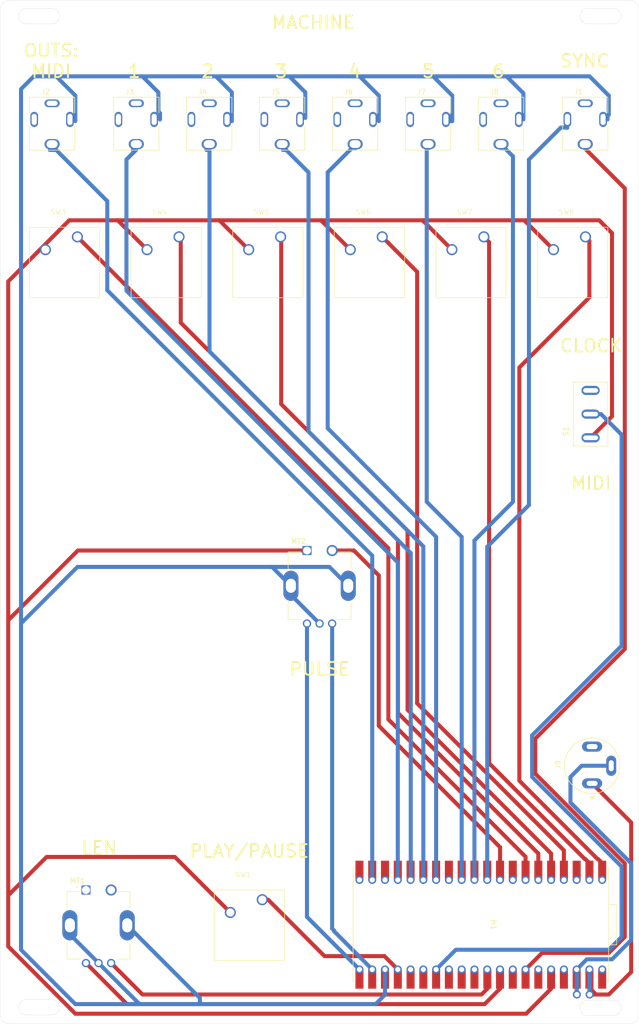
<source format=kicad_pcb>
(kicad_pcb (version 20221018) (generator pcbnew)
  (layers (0 "F.Cu" signal) (31 "B.Cu" signal) (34 "B.Paste" user) (35 "F.Paste" user) (36 "B.SilkS" user "B.Silkscreen") (37 "F.SilkS" user "F.Silkscreen") (38 "B.Mask" user) (39 "F.Mask" user) (44 "Edge.Cuts" user))
  (net 0 "")
  (net 1 "IN_SWTCH")
  (net 3 "PWR_GND")
  (net 4 "IN")
  (net 7 "OUT_MIDI")
  (net 10 "OUT_C1")
  (net 13 "OUT_C2")
  (net 16 "OUT_C3")
  (net 19 "OUT_C4")
  (net 22 "OUT_C5")
  (net 25 "OUT_C6")
  (net 34 "VSYS")
  (net 38 "ENC1_A")
  (net 39 "ENC1_B")
  (net 40 "PWR_3V3")
  (net 41 "ENC2_BTN")
  (net 42 "ENC2_A")
  (net 43 "ENC2_B")
  (net 44 "BTN_IN")
  (net 45 "BTN_PLAY")
  (net 46 "BTN_C1")
  (net 47 "BTN_C2")
  (net 48 "BTN_C3")
  (net 49 "BTN_C4")
  (net 50 "BTN_C5")
  (net 51 "BTN_C6")
  (footprint "100SP1T1B1M1QEH:SW_100SP1T1B1M1QEH" (layer "F.Cu") (at 117.38 82.17 90))
  (footprint "fab:RaspberryPi_PicoW_Combined" (layer "F.Cu") (at 95.56 183.515 -90))
  (footprint "digikey-footprints:MX1A-11NW" (layer "F.Cu") (at 11.55 42.545))
  (footprint "FC681374V:CLIFF_FC681374V" (layer "F.Cu") (at 70.57 24.53))
  (footprint "FC681374V:CLIFF_FC681374V" (layer "F.Cu") (at 116.31 24.53))
  (footprint "PEC11R-4215F-S0024:XDCR_PEC11R-4215F-S0024" (layer "F.Cu") (at 63.5 116.245))
  (footprint "digikey-footprints:MX1A-11NW" (layer "F.Cu") (at 48.296 174.109))
  (footprint "digikey-footprints:MX1A-11NW" (layer "F.Cu") (at 51.95 42.545))
  (footprint "PJ-064A:CUI_PJ-064A" (layer "F.Cu") (at 117.6775 155.465 90))
  (footprint "FC681374V:CLIFF_FC681374V" (layer "F.Cu") (at 56.07 24.53))
  (footprint "FC681374V:CLIFF_FC681374V" (layer "F.Cu") (at 99.57 24.53))
  (footprint "FC681374V:CLIFF_FC681374V" (layer "F.Cu") (at 41.57 24.53))
  (footprint "digikey-footprints:MX1A-11NW" (layer "F.Cu") (at 72.15 42.545))
  (footprint "digikey-footprints:MX1A-11NW" (layer "F.Cu") (at 92.35 42.545))
  (footprint "FC681374V:CLIFF_FC681374V" (layer "F.Cu") (at 27.07 24.53))
  (footprint "digikey-footprints:MX1A-11NW" (layer "F.Cu") (at 112.55 42.545))
  (footprint "PEC11R-4215F-S0024:XDCR_PEC11R-4215F-S0024" (layer "F.Cu") (at 19.566 183.634))
  (footprint "FC681374V:CLIFF_FC681374V" (layer "F.Cu") (at 10.33 24.53))
  (footprint "FC681374V:CLIFF_FC681374V" (layer "F.Cu") (at 85.07 24.53))
  (footprint "digikey-footprints:MX1A-11NW" (layer "F.Cu") (at 31.75 42.545))
  (gr_line (start 5.207 201.422) (end 10.287 201.422) (stroke (width 0.05)) (layer "Edge.Cuts"))
  (gr_line (start 1.905 203.2) (end 125.095 203.2) (stroke (width 0.05)) (layer "Edge.Cuts"))
  (gr_line (start 116.84 1.651) (end 121.92 1.651) (stroke (width 0.05)) (layer "Edge.Cuts"))
  (gr_arc (start 116.84 201.549) (mid 115.316004 200.025002) (end 116.84 198.501) (stroke (width 0.05)) (layer "Edge.Cuts"))
  (gr_arc (start 5.207 201.422) (mid 3.683004 199.898002) (end 5.207 198.374) (stroke (width 0.05)) (layer "Edge.Cuts"))
  (gr_line (start 5.207 1.651) (end 10.287 1.651) (stroke (width 0.05)) (layer "Edge.Cuts"))
  (gr_arc (start 116.84 4.699) (mid 115.316004 3.175002) (end 116.84 1.651) (stroke (width 0.05)) (layer "Edge.Cuts"))
  (gr_line (start 5.207 4.699) (end 10.287 4.699) (stroke (width 0.05)) (layer "Edge.Cuts"))
  (gr_line (start 127 1.905) (end 127 201.295) (stroke (width 0.05)) (layer "Edge.Cuts"))
  (gr_arc (start 121.92 198.501) (mid 123.444004 200.025002) (end 121.92 201.549) (stroke (width 0.05)) (layer "Edge.Cuts"))
  (gr_arc (start 1.905 203.2) (mid 0.557962 202.642038) (end 0 201.295) (stroke (width 0.05)) (layer "Edge.Cuts"))
  (gr_line (start 0 1.905) (end 0 201.295) (stroke (width 0.05)) (layer "Edge.Cuts"))
  (gr_arc (start 121.92 1.651) (mid 123.444004 3.175002) (end 121.92 4.699) (stroke (width 0.05)) (layer "Edge.Cuts"))
  (gr_arc (start 125.095 0) (mid 126.442038 0.557962) (end 127 1.905) (stroke (width 0.05)) (layer "Edge.Cuts"))
  (gr_line (start 5.207 198.374) (end 10.287 198.374) (stroke (width 0.05)) (layer "Edge.Cuts"))
  (gr_line (start 1.905 0) (end 125.095 0) (stroke (width 0.05)) (layer "Edge.Cuts"))
  (gr_arc (start 5.207 4.699) (mid 3.683004 3.175002) (end 5.207 1.651) (stroke (width 0.05)) (layer "Edge.Cuts"))
  (gr_line (start 116.84 4.699) (end 121.92 4.699) (stroke (width 0.05)) (layer "Edge.Cuts"))
  (gr_arc (start 10.287 198.374) (mid 11.811004 199.898002) (end 10.287 201.422) (stroke (width 0.05)) (layer "Edge.Cuts"))
  (gr_line (start 116.84 198.501) (end 121.92 198.501) (stroke (width 0.05)) (layer "Edge.Cuts"))
  (gr_arc (start 0 1.905) (mid 0.557962 0.557962) (end 1.905 0) (stroke (width 0.05)) (layer "Edge.Cuts"))
  (gr_arc (start 127 201.295) (mid 126.442038 202.642038) (end 125.095 203.2) (stroke (width 0.05)) (layer "Edge.Cuts"))
  (gr_line (start 116.84 201.549) (end 121.92 201.549) (stroke (width 0.05)) (layer "Edge.Cuts"))
  (gr_arc (start 10.287 1.651) (mid 11.811004 3.175002) (end 10.287 4.699) (stroke (width 0.05)) (layer "Edge.Cuts"))
  (gr_text "\n3" (at 55.88 12.065) (layer "F.SilkS") (effects (font (size 2.54 2.54) (thickness 0.381))))
  (gr_text "PLAY/PAUSE" (at 49.53 168.91) (layer "F.SilkS") (effects (font (size 2.54 2.54) (thickness 0.381))))
  (gr_text "OUTS:\nMIDI" (at 10.16 12.065) (layer "F.SilkS") (effects (font (size 2.54 2.54) (thickness 0.381))))
  (gr_text "MIDI" (at 117.475 95.885) (layer "F.SilkS") (effects (font (size 2.54 2.54) (thickness 0.381))))
  (gr_text "LEN" (at 19.685 168.275) (layer "F.SilkS") (effects (font (size 2.54 2.54) (thickness 0.381))))
  (gr_text "PULSE" (at 63.5 132.755) (layer "F.SilkS") (effects (font (size 2.54 2.54) (thickness 0.381))))
  (gr_text "\n5" (at 85.09 12.065) (layer "F.SilkS") (effects (font (size 2.54 2.54) (thickness 0.381))))
  (gr_text "\n2" (at 41.275 12.065) (layer "F.SilkS") (effects (font (size 2.54 2.54) (thickness 0.381))))
  (gr_text "CLOCK" (at 117.475 68.58) (layer "F.SilkS") (effects (font (size 2.54 2.54) (thickness 0.381))))
  (gr_text "SYNC" (at 116.205 12.065) (layer "F.SilkS") (effects (font (size 2.54 2.54) (thickness 0.381))))
  (gr_text "MACHINE" (at 62.23 4.445) (layer "F.SilkS") (effects (font (size 2.54 2.54) (thickness 0.381))))
  (gr_text "\n4" (at 70.485 12.065) (layer "F.SilkS") (effects (font (size 2.54 2.54) (thickness 0.381))))
  (gr_text "\n1" (at 26.67 12.065) (layer "F.SilkS") (effects (font (size 2.54 2.54) (thickness 0.381))))
  (gr_text "\n6" (at 99.06 12.065) (layer "F.SilkS") (effects (font (size 2.54 2.54) (thickness 0.381))))
  (segment (start 96.83 174.625) (end 96.83 108.51) (width 0.8) (layer "B.Cu") (net 1))
  (segment (start 111.47 25.29) (end 112.481176 25.29) (width 0.8) (layer "B.Cu") (net 1))
  (segment (start 96.83 108.51) (end 105.12 100.22) (width 0.8) (layer "B.Cu") (net 1))
  (segment (start 105.12 100.22) (end 105.12 31.64) (width 0.8) (layer "B.Cu") (net 1))
  (segment (start 105.12 31.64) (end 111.47 25.29) (width 0.8) (layer "B.Cu") (net 1))
  (segment (start 112.481176 25.29) (end 112.634661 25.331126) (width 0.8) (layer "B.Cu") (net 1))
  (segment (start 112.634661 25.331126) (end 112.738547 25.334516) (width 0.8) (layer "B.Cu") (net 1))
  (segment (start 114.61 197.34) (end 114.645 197.375) (width 0.8) (layer "F.Cu") (net 3))
  (segment (start 114.61 194.31) (end 114.61 197.34) (width 0.8) (layer "F.Cu") (net 3))
  (via (at 114.645 197.375) (size 1.6) (drill 1) (layers "F.Cu" "B.Cu") (net 3))
  (segment (start 54.058054 112.503054) (end 57.8 116.245) (width 0.8) (layer "B.Cu") (net 3))
  (segment (start 28.285 199.28) (end 27.712 199.28) (width 0.8) (layer "B.Cu") (net 3))
  (segment (start 57.495 15.13) (end 60.67 18.305) (width 0.8) (layer "B.Cu") (net 3))
  (segment (start 31.46 22.115) (end 31.7775 22.4325) (width 0.8) (layer "B.Cu") (net 3))
  (segment (start 39.715 198.083) (end 25.266 183.634) (width 0.8) (layer "B.Cu") (net 3))
  (segment (start 89.52 23.095406) (end 89.52 24.02) (width 0.8) (layer "B.Cu") (net 3))
  (segment (start 65.458054 112.503054) (end 69.2 116.245) (width 0.8) (layer "B.Cu") (net 3))
  (segment (start 115.605 151.965) (end 121.4775 151.965) (width 0.8) (layer "B.Cu") (net 3))
  (segment (start 103.12 23.68) (end 103.22 23.58) (width 0.8) (layer "B.Cu") (net 3))
  (segment (start 103.22 23.58) (end 103.22 23.089827) (width 0.8) (layer "B.Cu") (net 3))
  (segment (start 113.375 159.275) (end 113.375 154.195) (width 0.8) (layer "B.Cu") (net 3))
  (segment (start 71.465 15.13) (end 75.275 18.94) (width 0.8) (layer "B.Cu") (net 3))
  (segment (start 14.95 199.28) (end 4.155 188.485) (width 0.8) (layer "B.Cu") (net 3))
  (segment (start 4.155 17.67) (end 6.695 15.13) (width 0.8) (layer "B.Cu") (net 3))
  (segment (start 28.285 199.28) (end 14.95 199.28) (width 0.8) (layer "B.Cu") (net 3))
  (segment (start 75.275 18.94) (end 75.275 24.02) (width 0.8) (layer "B.Cu") (net 3))
  (segment (start 100.675 15.13) (end 104.025055 18.480055) (width 0.8) (layer "B.Cu") (net 3))
  (segment (start 117.185 15.13) (end 120.995 18.94) (width 0.8) (layer "B.Cu") (net 3))
  (segment (start 42.89 15.13) (end 46.065 18.305) (width 0.8) (layer "B.Cu") (net 3))
  (segment (start 60.67 18.305) (end 60.67 23.385) (width 0.8) (layer "B.Cu") (net 3))
  (segment (start 74.64 199.28) (end 76.51 197.41) (width 0.8) (layer "B.Cu") (net 3))
  (segment (start 89.88 18.94) (end 89.88 22.74) (width 0.8) (layer "B.Cu") (net 3))
  (segment (start 28.285 15.13) (end 31.46 18.305) (width 0.8) (layer "B.Cu") (net 3))
  (segment (start 120.76 22.985) (end 120.76 23.68) (width 0.8) (layer "B.Cu") (net 3))
  (segment (start 89.88 24.02) (end 89.88 22.74) (width 0.8) (layer "B.Cu") (net 3))
  (segment (start 13.866 185.434) (end 13.866 183.634) (width 0.8) (layer "B.Cu") (net 3))
  (segment (start 89.52 24.02) (end 89.88 24.02) (width 0.8) (layer "B.Cu") (net 3))
  (segment (start 86.07 15.13) (end 89.88 18.94) (width 0.8) (layer "B.Cu") (net 3))
  (segment (start 19.566 191.134) (end 13.866 185.434) (width 0.8) (layer "B.Cu") (net 3))
  (segment (start 63.5 123.745) (end 57.8 118.045) (width 0.8) (layer "B.Cu") (net 3))
  (segment (start 120.995 22.75) (end 120.76 22.985) (width 0.8) (layer "B.Cu") (net 3))
  (segment (start 4.155 188.485) (end 4.155 123.715) (width 0.8) (layer "B.Cu") (net 3))
  (segment (start 89.88 22.74) (end 89.875406 22.74) (width 0.8) (layer "B.Cu") (net 3))
  (segment (start 104.025055 18.480055) (end 104.025055 22.925055) (width 0.8) (layer "B.Cu") (net 3))
  (segment (start 114.645 192.44) (end 114.61 192.405) (width 0.8) (layer "B.Cu") (net 3))
  (segment (start 31.7775 22.4325) (end 31.7775 23.7025) (width 0.8) (layer "B.Cu") (net 3))
  (segment (start 14.95 18.94) (end 14.95 24.02) (width 0.8) (layer "B.Cu") (net 3))
  (segment (start 120.995 18.94) (end 120.995 22.75) (width 0.8) (layer "B.Cu") (net 3))
  (segment (start 53.685 112.503054) (end 65.458054 112.503054) (width 0.8) (layer "B.Cu") (net 3))
  (segment (start 104.02 22.93011) (end 104.02 23.68) (width 0.8) (layer "B.Cu") (net 3))
  (segment (start 28.285 199.28) (end 39.715 199.28) (width 0.8) (layer "B.Cu") (net 3))
  (segment (start 39.715 199.28) (end 74.64 199.28) (width 0.8) (layer "B.Cu") (net 3))
  (segment (start 27.712 199.28) (end 19.566 191.134) (width 0.8) (layer "B.Cu") (net 3))
  (segment (start 42.89 15.13) (end 57.495 15.13) (width 0.8) (layer "B.Cu") (net 3))
  (segment (start 4.155 123.715) (end 4.155 17.67) (width 0.8) (layer "B.Cu") (net 3))
  (segment (start 46.065 18.305) (end 46.065 24.02) (width 0.8) (layer "B.Cu") (net 3))
  (segment (start 53.685 112.503054) (end 54.058054 112.503054) (width 0.8) (layer "B.Cu") (net 3))
  (segment (start 114.645 197.375) (end 114.645 192.44) (width 0.8) (layer "B.Cu") (net 3))
  (segment (start 121.63 190.39) (end 125.44 186.58) (width 0.8) (layer "B.Cu") (net 3))
  (segment (start 125.44 186.58) (end 125.44 171.34) (width 0.8) (layer "B.Cu") (net 3))
  (segment (start 114.61 192.405) (end 116.625 190.39) (width 0.8) (layer "B.Cu") (net 3))
  (segment (start 11.14 15.13) (end 28.285 15.13) (width 0.8) (layer "B.Cu") (net 3))
  (segment (start 11.14 15.13) (end 14.95 18.94) (width 0.8) (layer "B.Cu") (net 3))
  (segment (start 57.495 15.13) (end 71.465 15.13) (width 0.8) (layer "B.Cu") (net 3))
  (segment (start 103.22 23.089827) (end 103.215485 22.951477) (width 0.8) (layer "B.Cu") (net 3))
  (segment (start 15.366946 112.503054) (end 53.685 112.503054) (width 0.8) (layer "B.Cu") (net 3))
  (segment (start 31.46 18.305) (end 31.46 22.115) (width 0.8) (layer "B.Cu") (net 3))
  (segment (start 28.285 15.13) (end 42.89 15.13) (width 0.8) (layer "B.Cu") (net 3))
  (segment (start 125.44 171.34) (end 113.375 159.275) (width 0.8) (layer "B.Cu") (net 3))
  (segment (start 113.375 154.195) (end 115.605 151.965) (width 0.8) (layer "B.Cu") (net 3))
  (segment (start 39.715 199.28) (end 39.715 198.083) (width 0.8) (layer "B.Cu") (net 3))
  (segment (start 89.875406 22.74) (end 89.52 23.095406) (width 0.8) (layer "B.Cu") (net 3))
  (segment (start 71.465 15.13) (end 86.07 15.13) (width 0.8) (layer "B.Cu") (net 3))
  (segment (start 6.695 15.13) (end 11.14 15.13) (width 0.8) (layer "B.Cu") (net 3))
  (segment (start 116.625 190.39) (end 121.63 190.39) (width 0.8) (layer "B.Cu") (net 3))
  (segment (start 86.07 15.13) (end 100.675 15.13) (width 0.8) (layer "B.Cu") (net 3))
  (segment (start 100.675 15.13) (end 117.185 15.13) (width 0.8) (layer "B.Cu") (net 3))
  (segment (start 76.51 197.41) (end 76.51 192.405) (width 0.8) (layer "B.Cu") (net 3))
  (segment (start 57.8 118.045) (end 57.8 116.245) (width 0.8) (layer "B.Cu") (net 3))
  (segment (start 4.155 123.715) (end 15.366946 112.503054) (width 0.8) (layer "B.Cu") (net 3))
  (segment (start 104.025055 22.925055) (end 104.02 22.93011) (width 0.8) (layer "B.Cu") (net 3))
  (segment (start 124.17 128.795) (end 124.17 37.355) (width 0.8) (layer "F.Cu") (net 4))
  (segment (start 104.45 194.31) (end 104.45 192.405) (width 0.8) (layer "F.Cu") (net 4))
  (segment (start 120.995 189.12) (end 124.17 185.945) (width 0.8) (layer "F.Cu") (net 4))
  (segment (start 116.55 29.48) (end 116.31 29.48) (width 0.8) (layer "F.Cu") (net 4))
  (segment (start 106.39 146.575) (end 124.17 128.795) (width 0.8) (layer "F.Cu") (net 4))
  (segment (start 124.17 171.34) (end 106.39 153.56) (width 0.8) (layer "F.Cu") (net 4))
  (segment (start 116.55 29.735) (end 116.55 29.48) (width 0.8) (layer "F.Cu") (net 4))
  (segment (start 124.17 37.355) (end 116.55 29.735) (width 0.8) (layer "F.Cu") (net 4))
  (segment (start 107.735 189.12) (end 120.995 189.12) (width 0.8) (layer "F.Cu") (net 4))
  (segment (start 104.45 192.405) (end 107.735 189.12) (width 0.8) (layer "F.Cu") (net 4))
  (segment (start 124.17 185.945) (end 124.17 171.34) (width 0.8) (layer "F.Cu") (net 4))
  (segment (start 106.39 153.56) (end 106.39 146.575) (width 0.8) (layer "F.Cu") (net 4))
  (segment (start 73.97 174.625) (end 73.97 110.26132) (width 0.8) (layer "B.Cu") (net 7))
  (segment (start 11.14 29.735) (end 9.87 29.735) (width 0.8) (layer "B.Cu") (net 7))
  (segment (start 21.3 39.895) (end 11.14 29.735) (width 0.8) (layer "B.Cu") (net 7))
  (segment (start 21.3 57.59132) (end 21.3 39.895) (width 0.8) (layer "B.Cu") (net 7))
  (segment (start 73.97 110.26132) (end 21.3 57.59132) (width 0.8) (layer "B.Cu") (net 7))
  (segment (start 79.05 174.625) (end 79.05 111.615) (width 0.8) (layer "B.Cu") (net 10))
  (segment (start 25.11 31.64) (end 27.015 29.735) (width 0.8) (layer "B.Cu") (net 10))
  (segment (start 79.05 111.615) (end 25.11 57.675) (width 0.8) (layer "B.Cu") (net 10))
  (segment (start 25.11 57.675) (end 25.11 31.64) (width 0.8) (layer "B.Cu") (net 10))
  (segment (start 27.015 29.735) (end 26.38 29.735) (width 0.8) (layer "B.Cu") (net 10))
  (segment (start 81.625 109.745) (end 41.62 69.74) (width 0.8) (layer "B.Cu") (net 13))
  (segment (start 81.59 174.625) (end 81.625 174.59) (width 0.8) (layer "B.Cu") (net 13))
  (segment (start 41.62 29.735) (end 40.985 29.735) (width 0.8) (layer "B.Cu") (net 13))
  (segment (start 41.62 69.74) (end 41.62 29.735) (width 0.8) (layer "B.Cu") (net 13))
  (segment (start 81.625 174.59) (end 81.625 109.745) (width 0.8) (layer "B.Cu") (net 13))
  (segment (start 61.305 34.18) (end 56.86 29.735) (width 0.8) (layer "B.Cu") (net 16))
  (segment (start 84.13 174.625) (end 84.13 108.44) (width 0.8) (layer "B.Cu") (net 16))
  (segment (start 84.13 108.44) (end 61.305 85.615) (width 0.8) (layer "B.Cu") (net 16))
  (segment (start 56.86 29.735) (end 56.225 29.735) (width 0.8) (layer "B.Cu") (net 16))
  (segment (start 61.305 85.615) (end 61.305 34.18) (width 0.8) (layer "B.Cu") (net 16))
  (segment (start 69.815 29.48) (end 70.57 29.48) (width 0.8) (layer "B.Cu") (net 19))
  (segment (start 86.67 106.535) (end 65.115 84.98) (width 0.8) (layer "B.Cu") (net 19))
  (segment (start 86.67 174.625) (end 86.67 106.535) (width 0.8) (layer "B.Cu") (net 19))
  (segment (start 65.115 84.98) (end 65.115 34.18) (width 0.8) (layer "B.Cu") (net 19))
  (segment (start 65.115 34.18) (end 69.815 29.48) (width 0.8) (layer "B.Cu") (net 19))
  (segment (start 91.75 174.625) (end 91.75 106.535) (width 0.8) (layer "B.Cu") (net 22))
  (segment (start 84.8 29.48) (end 85.07 29.48) (width 0.8) (layer "B.Cu") (net 22))
  (segment (start 84.8 99.585) (end 84.8 29.48) (width 0.8) (layer "B.Cu") (net 22))
  (segment (start 91.75 106.535) (end 84.8 99.585) (width 0.8) (layer "B.Cu") (net 22))
  (segment (start 100.42 29.48) (end 99.57 29.48) (width 0.8) (layer "B.Cu") (net 25))
  (segment (start 94.29 107.24) (end 101.945 99.585) (width 0.8) (layer "B.Cu") (net 25))
  (segment (start 94.29 174.625) (end 94.29 107.24) (width 0.8) (layer "B.Cu") (net 25))
  (segment (start 101.945 99.585) (end 101.945 31.005) (width 0.8) (layer "B.Cu") (net 25))
  (segment (start 101.945 31.005) (end 100.42 29.48) (width 0.8) (layer "B.Cu") (net 25))
  (segment (start 125.44 163.2275) (end 117.6775 155.465) (width 0.8) (layer "F.Cu") (net 34))
  (segment (start 118.455 197.375) (end 117.185 196.105) (width 0.8) (layer "F.Cu") (net 34))
  (segment (start 117.15 194.31) (end 117.15 196.105) (width 0.8) (layer "F.Cu") (net 34))
  (segment (start 118.455 197.375) (end 120.995 197.375) (width 0.8) (layer "F.Cu") (net 34))
  (segment (start 120.995 197.375) (end 125.44 192.93) (width 0.8) (layer "F.Cu") (net 34))
  (segment (start 117.15 196.105) (end 117.15 197.34) (width 0.8) (layer "F.Cu") (net 34))
  (segment (start 117.185 196.105) (end 117.15 196.105) (width 0.8) (layer "F.Cu") (net 34))
  (segment (start 117.185 197.375) (end 118.455 197.375) (width 0.8) (layer "F.Cu") (net 34))
  (segment (start 117.15 197.34) (end 117.185 197.375) (width 0.8) (layer "F.Cu") (net 34))
  (segment (start 125.44 192.93) (end 125.44 163.2275) (width 0.8) (layer "F.Cu") (net 34))
  (via (at 117.185 197.375) (size 1.6) (drill 1) (layers "F.Cu" "B.Cu") (net 34))
  (segment (start 117.185 197.375) (end 117.185 192.44) (width 0.8) (layer "B.Cu") (net 34))
  (segment (start 117.185 192.44) (end 117.15 192.405) (width 0.8) (layer "B.Cu") (net 34))
  (segment (start 96.305 199.28) (end 25.212 199.28) (width 0.8) (layer "F.Cu") (net 38))
  (segment (start 99.37 196.215) (end 96.305 199.28) (width 0.8) (layer "F.Cu") (net 38))
  (segment (start 25.212 199.28) (end 17.066 191.134) (width 0.8) (layer "F.Cu") (net 38))
  (segment (start 99.37 194.31) (end 99.37 196.215) (width 0.8) (layer "F.Cu") (net 38))
  (segment (start 95.689307 197.375) (end 28.307 197.375) (width 0.8) (layer "F.Cu") (net 39))
  (segment (start 96.857864 194.301443) (end 96.857864 196.206443) (width 0.8) (layer "F.Cu") (net 39))
  (segment (start 28.307 197.375) (end 22.066 191.134) (width 0.8) (layer "F.Cu") (net 39))
  (segment (start 96.857864 196.206443) (end 95.689307 197.375) (width 0.8) (layer "F.Cu") (net 39))
  (segment (start 1.615 114.19) (end 1.615 55.825) (width 0.8) (layer "F.Cu") (net 40))
  (segment (start 23.205 43.705) (end 43.525 43.705) (width 0.8) (layer "F.Cu") (net 40))
  (segment (start 84.165 43.705) (end 84.165 43.885) (width 0.8) (layer "F.Cu") (net 40))
  (segment (start 121.63 46.245) (end 121.63 82.62) (width 0.8) (layer "F.Cu") (net 40))
  (segment (start 1.615 55.825) (end 7.3575 50.0825) (width 0.8) (layer "F.Cu") (net 40))
  (segment (start 7.3575 50.0825) (end 7.91 49.53) (width 0.8) (layer "F.Cu") (net 40))
  (segment (start 7.3575 50.0825) (end 13.735 43.705) (width 0.8) (layer "F.Cu") (net 40))
  (segment (start 7.91 49.53) (end 9.01 49.53) (width 0.8) (layer "F.Cu") (net 40))
  (segment (start 104.56 201.185) (end 14.95 201.185) (width 0.8) (layer "F.Cu") (net 40))
  (segment (start 9.235 170.07) (end 34.732 170.07) (width 0.8) (layer "F.Cu") (net 40))
  (segment (start 15.45 109.245) (end 1.615 123.08) (width 0.8) (layer "F.Cu") (net 40))
  (segment (start 63.845 43.765) (end 69.61 49.53) (width 0.8) (layer "F.Cu") (net 40))
  (segment (start 14.95 201.185) (end 1.615 187.85) (width 0.8) (layer "F.Cu") (net 40))
  (segment (start 104.485 43.705) (end 119.09 43.705) (width 0.8) (layer "F.Cu") (net 40))
  (segment (start 63.845 43.705) (end 63.845 43.765) (width 0.8) (layer "F.Cu") (net 40))
  (segment (start 84.165 43.705) (end 104.485 43.705) (width 0.8) (layer "F.Cu") (net 40))
  (segment (start 23.385 43.705) (end 29.21 49.53) (width 0.8) (layer "F.Cu") (net 40))
  (segment (start 43.585 43.705) (end 49.41 49.53) (width 0.8) (layer "F.Cu") (net 40))
  (segment (start 1.615 177.69) (end 1.615 123.08) (width 0.8) (layer "F.Cu") (net 40))
  (segment (start 1.615 187.85) (end 1.615 177.69) (width 0.8) (layer "F.Cu") (net 40))
  (segment (start 43.525 43.705) (end 63.845 43.705) (width 0.8) (layer "F.Cu") (net 40))
  (segment (start 104.485 44.005) (end 110.01 49.53) (width 0.8) (layer "F.Cu") (net 40))
  (segment (start 43.525 43.705) (end 43.585 43.705) (width 0.8) (layer "F.Cu") (net 40))
  (segment (start 121.63 82.62) (end 117.38 86.87) (width 0.8) (layer "F.Cu") (net 40))
  (segment (start 23.205 43.705) (end 23.385 43.705) (width 0.8) (layer "F.Cu") (net 40))
  (segment (start 61 109.245) (end 15.45 109.245) (width 0.8) (layer "F.Cu") (net 40))
  (segment (start 84.165 43.885) (end 89.81 49.53) (width 0.8) (layer "F.Cu") (net 40))
  (segment (start 119.09 43.705) (end 121.63 46.245) (width 0.8) (layer "F.Cu") (net 40))
  (segment (start 1.615 123.08) (end 1.615 114.19) (width 0.8) (layer "F.Cu") (net 40))
  (segment (start 1.615 177.69) (end 9.235 170.07) (width 0.8) (layer "F.Cu") (net 40))
  (segment (start 63.845 43.705) (end 84.165 43.705) (width 0.8) (layer "F.Cu") (net 40))
  (segment (start 104.485 43.705) (end 104.485 44.005) (width 0.8) (layer "F.Cu") (net 40))
  (segment (start 109.53 194.31) (end 109.53 196.215) (width 0.8) (layer "F.Cu") (net 40))
  (segment (start 13.735 43.705) (end 23.205 43.705) (width 0.8) (layer "F.Cu") (net 40))
  (segment (start 34.732 170.07) (end 45.756 181.094) (width 0.8) (layer "F.Cu") (net 40))
  (segment (start 109.53 196.215) (end 104.56 201.185) (width 0.8) (layer "F.Cu") (net 40))
  (segment (start 99.405 168.165) (end 75.275 144.035) (width 0.8) (layer "F.Cu") (net 41))
  (segment (start 99.379556 172.72) (end 99.379556 168.190444) (width 0.8) (layer "F.Cu") (net 41))
  (segment (start 75.275 114.19) (end 70.33 109.245) (width 0.8) (layer "F.Cu") (net 41))
  (segment (start 99.379556 168.190444) (end 99.405 168.165) (width 0.8) (layer "F.Cu") (net 41))
  (segment (start 70.33 109.245) (end 66 109.245) (width 0.8) (layer "F.Cu") (net 41))
  (segment (start 75.275 144.035) (end 75.275 114.19) (width 0.8) (layer "F.Cu") (net 41))
  (segment (start 61 181.975) (end 61 123.745) (width 0.8) (layer "B.Cu") (net 42))
  (segment (start 71.43 192.405) (end 61 181.975) (width 0.8) (layer "B.Cu") (net 42))
  (segment (start 66.385 184.675) (end 66 184.29) (width 0.8) (layer "B.Cu") (net 43))
  (segment (start 73.97 192.405) (end 66.385 184.82) (width 0.8) (layer "B.Cu") (net 43))
  (segment (start 66.385 184.82) (end 66.385 184.675) (width 0.8) (layer "B.Cu") (net 43))
  (segment (start 66 184.29) (end 66 123.745) (width 0.8) (layer "B.Cu") (net 43))
  (segment (start 105.755 145.94) (end 123.535 128.16) (width 0.8) (layer "B.Cu") (net 44))
  (segment (start 86.67 192.405) (end 90.59 188.485) (width 0.8) (layer "B.Cu") (net 44))
  (segment (start 123.535 86.25) (end 119.455 82.17) (width 0.8) (layer "B.Cu") (net 44))
  (segment (start 90.59 188.485) (end 120.995 188.485) (width 0.8) (layer "B.Cu") (net 44))
  (segment (start 119.455 82.17) (end 117.38 82.17) (width 0.8) (layer "B.Cu") (net 44))
  (segment (start 123.535 185.945) (end 123.535 171.975) (width 0.8) (layer "B.Cu") (net 44))
  (segment (start 105.755 154.195) (end 105.755 145.94) (width 0.8) (layer "B.Cu") (net 44))
  (segment (start 120.995 188.485) (end 123.535 185.945) (width 0.8) (layer "B.Cu") (net 44))
  (segment (start 123.535 171.975) (end 105.755 154.195) (width 0.8) (layer "B.Cu") (net 44))
  (segment (start 123.535 128.16) (end 123.535 86.25) (width 0.8) (layer "B.Cu") (net 44))
  (segment (start 53.279 178.554) (end 52.106 178.554) (width 0.8) (layer "F.Cu") (net 45))
  (segment (start 76.4 189.755) (end 64.48 189.755) (width 0.8) (layer "F.Cu") (net 45))
  (segment (start 79.05 192.405) (end 76.4 189.755) (width 0.8) (layer "F.Cu") (net 45))
  (segment (start 64.48 189.755) (end 53.279 178.554) (width 0.8) (layer "F.Cu") (net 45))
  (segment (start 79.05 194.31) (end 79.05 192.405) (width 0.8) (layer "F.Cu") (net 45))
  (segment (start 104.45 170.035) (end 77.18 142.765) (width 0.8) (layer "F.Cu") (net 46))
  (segment (start 77.18 108.81) (end 15.36 46.99) (width 0.8) (layer "F.Cu") (net 46))
  (segment (start 104.45 172.72) (end 104.45 170.035) (width 0.8) (layer "F.Cu") (net 46))
  (segment (start 77.18 142.765) (end 77.18 108.81) (width 0.8) (layer "F.Cu") (net 46))
  (segment (start 106.99 169.4) (end 79.085 141.495) (width 0.8) (layer "F.Cu") (net 47))
  (segment (start 35.905 64.025) (end 35.905 47.335) (width 0.8) (layer "F.Cu") (net 47))
  (segment (start 106.99 172.72) (end 106.99 169.4) (width 0.8) (layer "F.Cu") (net 47))
  (segment (start 79.085 107.205) (end 35.905 64.025) (width 0.8) (layer "F.Cu") (net 47))
  (segment (start 79.085 141.495) (end 79.085 107.205) (width 0.8) (layer "F.Cu") (net 47))
  (segment (start 35.905 47.335) (end 35.56 46.99) (width 0.8) (layer "F.Cu") (net 47))
  (segment (start 55.87 80.18) (end 55.87 47.1) (width 0.8) (layer "F.Cu") (net 48))
  (segment (start 109.53 169.4) (end 80.99 140.86) (width 0.8) (layer "F.Cu") (net 48))
  (segment (start 80.99 140.86) (end 80.99 105.3) (width 0.8) (layer "F.Cu") (net 48))
  (segment (start 55.87 47.1) (end 55.76 46.99) (width 0.8) (layer "F.Cu") (net 48))
  (segment (start 80.99 105.3) (end 55.87 80.18) (width 0.8) (layer "F.Cu") (net 48))
  (segment (start 109.53 172.72) (end 109.53 169.4) (width 0.8) (layer "F.Cu") (net 48))
  (segment (start 112.07 168.765) (end 82.895 139.59) (width 0.8) (layer "F.Cu") (net 49))
  (segment (start 82.895 139.59) (end 82.895 53.925) (width 0.8) (layer "F.Cu") (net 49))
  (segment (start 112.07 172.72) (end 112.07 168.765) (width 0.8) (layer "F.Cu") (net 49))
  (segment (start 82.895 53.925) (end 75.96 46.99) (width 0.8) (layer "F.Cu") (net 49))
  (segment (start 97.2 48.03) (end 97.2 151.464578) (width 0.8) (layer "F.Cu") (net 50))
  (segment (start 116.325978 170.480978) (end 117.15 171.305) (width 0.8) (layer "F.Cu") (net 50))
  (segment (start 96.16 46.99) (end 97.2 48.03) (width 0.8) (layer "F.Cu") (net 50))
  (segment (start 117.15 171.305) (end 117.15 172.72) (width 0.8) (layer "F.Cu") (net 50))
  (segment (start 97.2 151.464578) (end 116.2164 170.480978) (width 0.8) (layer "F.Cu") (net 50))
  (segment (start 116.2164 170.480978) (end 116.325978 170.480978) (width 0.8) (layer "F.Cu") (net 50))
  (segment (start 117.135327 58.994673) (end 103.215 72.915) (width 0.8) (layer "F.Cu") (net 51))
  (segment (start 103.215 154.939578) (end 118.7564 170.480978) (width 0.8) (layer "F.Cu") (net 51))
  (segment (start 117.135327 47.765327) (end 117.135327 58.994673) (width 0.8) (layer "F.Cu") (net 51))
  (segment (start 119.69 171.305) (end 119.69 172.72) (width 0.8) (layer "F.Cu") (net 51))
  (segment (start 103.215 72.915) (end 103.215 154.939578) (width 0.8) (layer "F.Cu") (net 51))
  (segment (start 118.865978 170.480978) (end 119.69 171.305) (width 0.8) (layer "F.Cu") (net 51))
  (segment (start 118.7564 170.480978) (end 118.865978 170.480978) (width 0.8) (layer "F.Cu") (net 51))
  (segment (start 116.36 46.99) (end 117.135327 47.765327) (width 0.8) (layer "F.Cu") (net 51))
)
</source>
